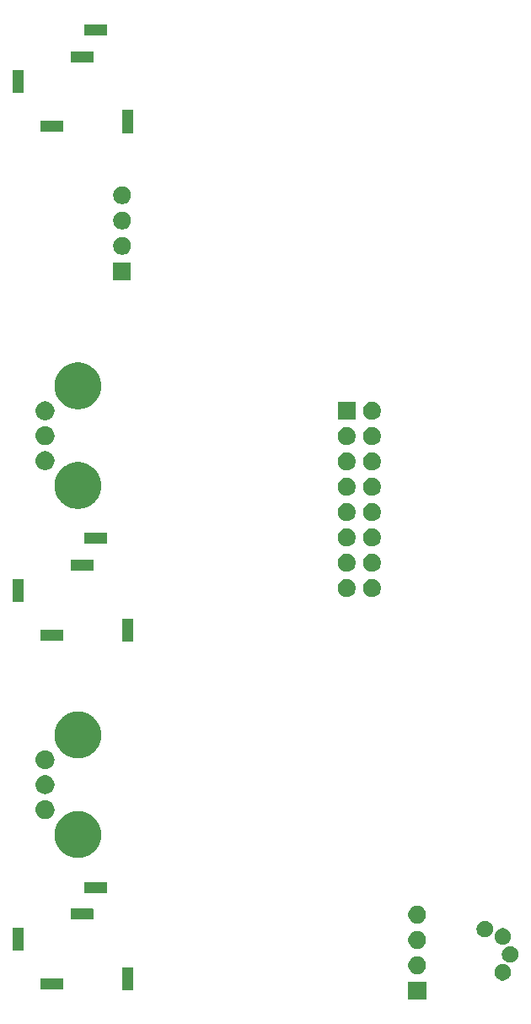
<source format=gbr>
G04 #@! TF.GenerationSoftware,KiCad,Pcbnew,9.0.0*
G04 #@! TF.CreationDate,2025-02-23T15:53:39-07:00*
G04 #@! TF.ProjectId,VCF,5643462e-6b69-4636-9164-5f7063625858,rev?*
G04 #@! TF.SameCoordinates,Original*
G04 #@! TF.FileFunction,Soldermask,Bot*
G04 #@! TF.FilePolarity,Negative*
%FSLAX46Y46*%
G04 Gerber Fmt 4.6, Leading zero omitted, Abs format (unit mm)*
G04 Created by KiCad (PCBNEW 9.0.0) date 2025-02-23 15:53:39*
%MOMM*%
%LPD*%
G01*
G04 APERTURE LIST*
G04 APERTURE END LIST*
G36*
X42949697Y-97266262D02*
G01*
X42966242Y-97277318D01*
X42977298Y-97293863D01*
X42981180Y-97313380D01*
X42981180Y-99013380D01*
X42977298Y-99032897D01*
X42966242Y-99049442D01*
X42949697Y-99060498D01*
X42930180Y-99064380D01*
X41230180Y-99064380D01*
X41210663Y-99060498D01*
X41194118Y-99049442D01*
X41183062Y-99032897D01*
X41179180Y-99013380D01*
X41179180Y-97313380D01*
X41183062Y-97293863D01*
X41194118Y-97277318D01*
X41210663Y-97266262D01*
X41230180Y-97262380D01*
X42930180Y-97262380D01*
X42949697Y-97266262D01*
G37*
G36*
X13519517Y-95852882D02*
G01*
X13536062Y-95863938D01*
X13547118Y-95880483D01*
X13551000Y-95900000D01*
X13551000Y-98100000D01*
X13547118Y-98119517D01*
X13536062Y-98136062D01*
X13519517Y-98147118D01*
X13500000Y-98151000D01*
X12500000Y-98151000D01*
X12480483Y-98147118D01*
X12463938Y-98136062D01*
X12452882Y-98119517D01*
X12449000Y-98100000D01*
X12449000Y-95900000D01*
X12452882Y-95880483D01*
X12463938Y-95863938D01*
X12480483Y-95852882D01*
X12500000Y-95849000D01*
X13500000Y-95849000D01*
X13519517Y-95852882D01*
G37*
G36*
X6519517Y-96952882D02*
G01*
X6536062Y-96963938D01*
X6547118Y-96980483D01*
X6551000Y-97000000D01*
X6551000Y-98000000D01*
X6547118Y-98019517D01*
X6536062Y-98036062D01*
X6519517Y-98047118D01*
X6500000Y-98051000D01*
X4300000Y-98051000D01*
X4280483Y-98047118D01*
X4263938Y-98036062D01*
X4252882Y-98019517D01*
X4249000Y-98000000D01*
X4249000Y-97000000D01*
X4252882Y-96980483D01*
X4263938Y-96963938D01*
X4280483Y-96952882D01*
X4300000Y-96949000D01*
X6500000Y-96949000D01*
X6519517Y-96952882D01*
G37*
G36*
X50917449Y-95514873D02*
G01*
X51069765Y-95577964D01*
X51206845Y-95669558D01*
X51323422Y-95786135D01*
X51415016Y-95923215D01*
X51478107Y-96075531D01*
X51510270Y-96237228D01*
X51510270Y-96402092D01*
X51478107Y-96563789D01*
X51415016Y-96716105D01*
X51323422Y-96853185D01*
X51206845Y-96969762D01*
X51069765Y-97061356D01*
X50917449Y-97124447D01*
X50755752Y-97156610D01*
X50590888Y-97156610D01*
X50429191Y-97124447D01*
X50276875Y-97061356D01*
X50139795Y-96969762D01*
X50023218Y-96853185D01*
X49931624Y-96716105D01*
X49868533Y-96563789D01*
X49836370Y-96402092D01*
X49836370Y-96237228D01*
X49868533Y-96075531D01*
X49931624Y-95923215D01*
X50023218Y-95786135D01*
X50139795Y-95669558D01*
X50276875Y-95577964D01*
X50429191Y-95514873D01*
X50590888Y-95482710D01*
X50755752Y-95482710D01*
X50917449Y-95514873D01*
G37*
G36*
X42341726Y-94761177D02*
G01*
X42504908Y-94828769D01*
X42651768Y-94926898D01*
X42776662Y-95051792D01*
X42874791Y-95198652D01*
X42942383Y-95361834D01*
X42976841Y-95535067D01*
X42976841Y-95711693D01*
X42942383Y-95884926D01*
X42874791Y-96048108D01*
X42776662Y-96194968D01*
X42651768Y-96319862D01*
X42504908Y-96417991D01*
X42341726Y-96485583D01*
X42168493Y-96520041D01*
X41991867Y-96520041D01*
X41818634Y-96485583D01*
X41655452Y-96417991D01*
X41508592Y-96319862D01*
X41383698Y-96194968D01*
X41285569Y-96048108D01*
X41217977Y-95884926D01*
X41183519Y-95711693D01*
X41183519Y-95535067D01*
X41217977Y-95361834D01*
X41285569Y-95198652D01*
X41383698Y-95051792D01*
X41508592Y-94926898D01*
X41655452Y-94828769D01*
X41818634Y-94761177D01*
X41991867Y-94726719D01*
X42168493Y-94726719D01*
X42341726Y-94761177D01*
G37*
G36*
X51661349Y-93718773D02*
G01*
X51813665Y-93781864D01*
X51950745Y-93873458D01*
X52067322Y-93990035D01*
X52158916Y-94127115D01*
X52222007Y-94279431D01*
X52254170Y-94441128D01*
X52254170Y-94605992D01*
X52222007Y-94767689D01*
X52158916Y-94920005D01*
X52067322Y-95057085D01*
X51950745Y-95173662D01*
X51813665Y-95265256D01*
X51661349Y-95328347D01*
X51499652Y-95360510D01*
X51334788Y-95360510D01*
X51173091Y-95328347D01*
X51020775Y-95265256D01*
X50883695Y-95173662D01*
X50767118Y-95057085D01*
X50675524Y-94920005D01*
X50612433Y-94767689D01*
X50580270Y-94605992D01*
X50580270Y-94441128D01*
X50612433Y-94279431D01*
X50675524Y-94127115D01*
X50767118Y-93990035D01*
X50883695Y-93873458D01*
X51020775Y-93781864D01*
X51173091Y-93718773D01*
X51334788Y-93686610D01*
X51499652Y-93686610D01*
X51661349Y-93718773D01*
G37*
G36*
X2519517Y-91852882D02*
G01*
X2536062Y-91863938D01*
X2547118Y-91880483D01*
X2551000Y-91900000D01*
X2551000Y-94100000D01*
X2547118Y-94119517D01*
X2536062Y-94136062D01*
X2519517Y-94147118D01*
X2500000Y-94151000D01*
X1500000Y-94151000D01*
X1480483Y-94147118D01*
X1463938Y-94136062D01*
X1452882Y-94119517D01*
X1449000Y-94100000D01*
X1449000Y-91900000D01*
X1452882Y-91880483D01*
X1463938Y-91863938D01*
X1480483Y-91852882D01*
X1500000Y-91849000D01*
X2500000Y-91849000D01*
X2519517Y-91852882D01*
G37*
G36*
X42341726Y-92221177D02*
G01*
X42504908Y-92288769D01*
X42651768Y-92386898D01*
X42776662Y-92511792D01*
X42874791Y-92658652D01*
X42942383Y-92821834D01*
X42976841Y-92995067D01*
X42976841Y-93171693D01*
X42942383Y-93344926D01*
X42874791Y-93508108D01*
X42776662Y-93654968D01*
X42651768Y-93779862D01*
X42504908Y-93877991D01*
X42341726Y-93945583D01*
X42168493Y-93980041D01*
X41991867Y-93980041D01*
X41818634Y-93945583D01*
X41655452Y-93877991D01*
X41508592Y-93779862D01*
X41383698Y-93654968D01*
X41285569Y-93508108D01*
X41217977Y-93344926D01*
X41183519Y-93171693D01*
X41183519Y-92995067D01*
X41217977Y-92821834D01*
X41285569Y-92658652D01*
X41383698Y-92511792D01*
X41508592Y-92386898D01*
X41655452Y-92288769D01*
X41818634Y-92221177D01*
X41991867Y-92186719D01*
X42168493Y-92186719D01*
X42341726Y-92221177D01*
G37*
G36*
X50917449Y-91922673D02*
G01*
X51069765Y-91985764D01*
X51206845Y-92077358D01*
X51323422Y-92193935D01*
X51415016Y-92331015D01*
X51478107Y-92483331D01*
X51510270Y-92645028D01*
X51510270Y-92809892D01*
X51478107Y-92971589D01*
X51415016Y-93123905D01*
X51323422Y-93260985D01*
X51206845Y-93377562D01*
X51069765Y-93469156D01*
X50917449Y-93532247D01*
X50755752Y-93564410D01*
X50590888Y-93564410D01*
X50429191Y-93532247D01*
X50276875Y-93469156D01*
X50139795Y-93377562D01*
X50023218Y-93260985D01*
X49931624Y-93123905D01*
X49868533Y-92971589D01*
X49836370Y-92809892D01*
X49836370Y-92645028D01*
X49868533Y-92483331D01*
X49931624Y-92331015D01*
X50023218Y-92193935D01*
X50139795Y-92077358D01*
X50276875Y-91985764D01*
X50429191Y-91922673D01*
X50590888Y-91890510D01*
X50755752Y-91890510D01*
X50917449Y-91922673D01*
G37*
G36*
X49121349Y-91178773D02*
G01*
X49273665Y-91241864D01*
X49410745Y-91333458D01*
X49527322Y-91450035D01*
X49618916Y-91587115D01*
X49682007Y-91739431D01*
X49714170Y-91901128D01*
X49714170Y-92065992D01*
X49682007Y-92227689D01*
X49618916Y-92380005D01*
X49527322Y-92517085D01*
X49410745Y-92633662D01*
X49273665Y-92725256D01*
X49121349Y-92788347D01*
X48959652Y-92820510D01*
X48794788Y-92820510D01*
X48633091Y-92788347D01*
X48480775Y-92725256D01*
X48343695Y-92633662D01*
X48227118Y-92517085D01*
X48135524Y-92380005D01*
X48072433Y-92227689D01*
X48040270Y-92065992D01*
X48040270Y-91901128D01*
X48072433Y-91739431D01*
X48135524Y-91587115D01*
X48227118Y-91450035D01*
X48343695Y-91333458D01*
X48480775Y-91241864D01*
X48633091Y-91178773D01*
X48794788Y-91146610D01*
X48959652Y-91146610D01*
X49121349Y-91178773D01*
G37*
G36*
X42341726Y-89681177D02*
G01*
X42504908Y-89748769D01*
X42651768Y-89846898D01*
X42776662Y-89971792D01*
X42874791Y-90118652D01*
X42942383Y-90281834D01*
X42976841Y-90455067D01*
X42976841Y-90631693D01*
X42942383Y-90804926D01*
X42874791Y-90968108D01*
X42776662Y-91114968D01*
X42651768Y-91239862D01*
X42504908Y-91337991D01*
X42341726Y-91405583D01*
X42168493Y-91440041D01*
X41991867Y-91440041D01*
X41818634Y-91405583D01*
X41655452Y-91337991D01*
X41508592Y-91239862D01*
X41383698Y-91114968D01*
X41285569Y-90968108D01*
X41217977Y-90804926D01*
X41183519Y-90631693D01*
X41183519Y-90455067D01*
X41217977Y-90281834D01*
X41285569Y-90118652D01*
X41383698Y-89971792D01*
X41508592Y-89846898D01*
X41655452Y-89748769D01*
X41818634Y-89681177D01*
X41991867Y-89646719D01*
X42168493Y-89646719D01*
X42341726Y-89681177D01*
G37*
G36*
X9519517Y-89952882D02*
G01*
X9536062Y-89963938D01*
X9547118Y-89980483D01*
X9551000Y-90000000D01*
X9551000Y-91000000D01*
X9547118Y-91019517D01*
X9536062Y-91036062D01*
X9519517Y-91047118D01*
X9500000Y-91051000D01*
X7300000Y-91051000D01*
X7280483Y-91047118D01*
X7263938Y-91036062D01*
X7252882Y-91019517D01*
X7249000Y-91000000D01*
X7249000Y-90000000D01*
X7252882Y-89980483D01*
X7263938Y-89963938D01*
X7280483Y-89952882D01*
X7300000Y-89949000D01*
X9500000Y-89949000D01*
X9519517Y-89952882D01*
G37*
G36*
X10919517Y-87252882D02*
G01*
X10936062Y-87263938D01*
X10947118Y-87280483D01*
X10951000Y-87300000D01*
X10951000Y-88300000D01*
X10947118Y-88319517D01*
X10936062Y-88336062D01*
X10919517Y-88347118D01*
X10900000Y-88351000D01*
X8700000Y-88351000D01*
X8680483Y-88347118D01*
X8663938Y-88336062D01*
X8652882Y-88319517D01*
X8649000Y-88300000D01*
X8649000Y-87300000D01*
X8652882Y-87280483D01*
X8663938Y-87263938D01*
X8680483Y-87252882D01*
X8700000Y-87249000D01*
X10900000Y-87249000D01*
X10919517Y-87252882D01*
G37*
G36*
X8141920Y-80154034D02*
G01*
X8153763Y-80154034D01*
X8224053Y-80163287D01*
X8393772Y-80182410D01*
X8427124Y-80190022D01*
X8458657Y-80194174D01*
X8535379Y-80214731D01*
X8650782Y-80241072D01*
X8706678Y-80260630D01*
X8755704Y-80273767D01*
X8818194Y-80299651D01*
X8899617Y-80328142D01*
X8977336Y-80365569D01*
X9039821Y-80391452D01*
X9083773Y-80416827D01*
X9137125Y-80442521D01*
X9237338Y-80505489D01*
X9306146Y-80545215D01*
X9331386Y-80564582D01*
X9360341Y-80582776D01*
X9493832Y-80689232D01*
X9550122Y-80732425D01*
X9558501Y-80740804D01*
X9566446Y-80747140D01*
X9752859Y-80933553D01*
X9759194Y-80941497D01*
X9767575Y-80949878D01*
X9810772Y-81006174D01*
X9917223Y-81139658D01*
X9935415Y-81168610D01*
X9954785Y-81193854D01*
X9994515Y-81262668D01*
X10057478Y-81362874D01*
X10083168Y-81416221D01*
X10108548Y-81460179D01*
X10134433Y-81522671D01*
X10171857Y-81600382D01*
X10200344Y-81681795D01*
X10226233Y-81744296D01*
X10239371Y-81793329D01*
X10258927Y-81849217D01*
X10285263Y-81964600D01*
X10305826Y-82041343D01*
X10309978Y-82072883D01*
X10317589Y-82106227D01*
X10336709Y-82275929D01*
X10345966Y-82346237D01*
X10345966Y-82358080D01*
X10347105Y-82368189D01*
X10347105Y-82631810D01*
X10345966Y-82641918D01*
X10345966Y-82653763D01*
X10336709Y-82724076D01*
X10317589Y-82893772D01*
X10309978Y-82927114D01*
X10305826Y-82958657D01*
X10285261Y-83035405D01*
X10258927Y-83150782D01*
X10239372Y-83206665D01*
X10226233Y-83255704D01*
X10200342Y-83318210D01*
X10171857Y-83399617D01*
X10134436Y-83477321D01*
X10108548Y-83539821D01*
X10083166Y-83583783D01*
X10057478Y-83637125D01*
X9994522Y-83737319D01*
X9954785Y-83806146D01*
X9935411Y-83831393D01*
X9917223Y-83860341D01*
X9810793Y-83993799D01*
X9767575Y-84050122D01*
X9759190Y-84058506D01*
X9752859Y-84066446D01*
X9566446Y-84252859D01*
X9558506Y-84259190D01*
X9550122Y-84267575D01*
X9493799Y-84310793D01*
X9360341Y-84417223D01*
X9331393Y-84435411D01*
X9306146Y-84454785D01*
X9237319Y-84494522D01*
X9137125Y-84557478D01*
X9083783Y-84583166D01*
X9039821Y-84608548D01*
X8977321Y-84634436D01*
X8899617Y-84671857D01*
X8818210Y-84700342D01*
X8755704Y-84726233D01*
X8706665Y-84739372D01*
X8650782Y-84758927D01*
X8535405Y-84785261D01*
X8458657Y-84805826D01*
X8427114Y-84809978D01*
X8393772Y-84817589D01*
X8224072Y-84836709D01*
X8153763Y-84845966D01*
X8141920Y-84845966D01*
X8131811Y-84847105D01*
X7868189Y-84847105D01*
X7858080Y-84845966D01*
X7846237Y-84845966D01*
X7775929Y-84836709D01*
X7606227Y-84817589D01*
X7572883Y-84809978D01*
X7541343Y-84805826D01*
X7464600Y-84785263D01*
X7349217Y-84758927D01*
X7293329Y-84739371D01*
X7244296Y-84726233D01*
X7181795Y-84700344D01*
X7100382Y-84671857D01*
X7022671Y-84634433D01*
X6960179Y-84608548D01*
X6916221Y-84583168D01*
X6862874Y-84557478D01*
X6762668Y-84494515D01*
X6693854Y-84454785D01*
X6668610Y-84435415D01*
X6639658Y-84417223D01*
X6506174Y-84310772D01*
X6449878Y-84267575D01*
X6441497Y-84259194D01*
X6433553Y-84252859D01*
X6247140Y-84066446D01*
X6240804Y-84058501D01*
X6232425Y-84050122D01*
X6189232Y-83993832D01*
X6082776Y-83860341D01*
X6064582Y-83831386D01*
X6045215Y-83806146D01*
X6005489Y-83737338D01*
X5942521Y-83637125D01*
X5916827Y-83583773D01*
X5891452Y-83539821D01*
X5865569Y-83477336D01*
X5828142Y-83399617D01*
X5799651Y-83318194D01*
X5773767Y-83255704D01*
X5760630Y-83206678D01*
X5741072Y-83150782D01*
X5714731Y-83035379D01*
X5694174Y-82958657D01*
X5690022Y-82927124D01*
X5682410Y-82893772D01*
X5663288Y-82724057D01*
X5654034Y-82653763D01*
X5654034Y-82641919D01*
X5652895Y-82631810D01*
X5652895Y-82368189D01*
X5654034Y-82358079D01*
X5654034Y-82346237D01*
X5663287Y-82275948D01*
X5682410Y-82106227D01*
X5690023Y-82072872D01*
X5694174Y-82041343D01*
X5714730Y-81964625D01*
X5741072Y-81849217D01*
X5760631Y-81793317D01*
X5773767Y-81744296D01*
X5799649Y-81681810D01*
X5828142Y-81600382D01*
X5865572Y-81522656D01*
X5891452Y-81460179D01*
X5916825Y-81416231D01*
X5942521Y-81362874D01*
X6005496Y-81262648D01*
X6045215Y-81193854D01*
X6064579Y-81168617D01*
X6082776Y-81139658D01*
X6189252Y-81006141D01*
X6232425Y-80949878D01*
X6240800Y-80941502D01*
X6247140Y-80933553D01*
X6433553Y-80747140D01*
X6441502Y-80740800D01*
X6449878Y-80732425D01*
X6506141Y-80689252D01*
X6639658Y-80582776D01*
X6668617Y-80564579D01*
X6693854Y-80545215D01*
X6762648Y-80505496D01*
X6862874Y-80442521D01*
X6916231Y-80416825D01*
X6960179Y-80391452D01*
X7022656Y-80365572D01*
X7100382Y-80328142D01*
X7181810Y-80299649D01*
X7244296Y-80273767D01*
X7293317Y-80260631D01*
X7349217Y-80241072D01*
X7464625Y-80214730D01*
X7541343Y-80194174D01*
X7572872Y-80190023D01*
X7606227Y-80182410D01*
X7775948Y-80163287D01*
X7846237Y-80154034D01*
X7858080Y-80154034D01*
X7868189Y-80152895D01*
X8131811Y-80152895D01*
X8141920Y-80154034D01*
G37*
G36*
X4782553Y-79053579D02*
G01*
X4793214Y-79053579D01*
X4834865Y-79061864D01*
X4921916Y-79075651D01*
X4949918Y-79084749D01*
X4976061Y-79089950D01*
X5012956Y-79105232D01*
X5063784Y-79121748D01*
X5111399Y-79146009D01*
X5148298Y-79161293D01*
X5170463Y-79176103D01*
X5196693Y-79189468D01*
X5267990Y-79241268D01*
X5303308Y-79264867D01*
X5310846Y-79272405D01*
X5317370Y-79277145D01*
X5422854Y-79382629D01*
X5427593Y-79389152D01*
X5435133Y-79396692D01*
X5458734Y-79432014D01*
X5510531Y-79503306D01*
X5523894Y-79529533D01*
X5538707Y-79551702D01*
X5553993Y-79588605D01*
X5578251Y-79636215D01*
X5594764Y-79687035D01*
X5610050Y-79723939D01*
X5615251Y-79750086D01*
X5624348Y-79778083D01*
X5638134Y-79865125D01*
X5646421Y-79906786D01*
X5646421Y-79917447D01*
X5647683Y-79925415D01*
X5647683Y-80074584D01*
X5646421Y-80082551D01*
X5646421Y-80093214D01*
X5638133Y-80134877D01*
X5624348Y-80221916D01*
X5615251Y-80249910D01*
X5610050Y-80276061D01*
X5594762Y-80312968D01*
X5578251Y-80363784D01*
X5553995Y-80411388D01*
X5538707Y-80448298D01*
X5523892Y-80470470D01*
X5510531Y-80496693D01*
X5458742Y-80567973D01*
X5435133Y-80603308D01*
X5427591Y-80610849D01*
X5422854Y-80617370D01*
X5317370Y-80722854D01*
X5310849Y-80727591D01*
X5303308Y-80735133D01*
X5267973Y-80758742D01*
X5196693Y-80810531D01*
X5170470Y-80823892D01*
X5148298Y-80838707D01*
X5111388Y-80853995D01*
X5063784Y-80878251D01*
X5012968Y-80894762D01*
X4976061Y-80910050D01*
X4949910Y-80915251D01*
X4921916Y-80924348D01*
X4834875Y-80938133D01*
X4793214Y-80946421D01*
X4782553Y-80946421D01*
X4774585Y-80947683D01*
X4625415Y-80947683D01*
X4617447Y-80946421D01*
X4606786Y-80946421D01*
X4565125Y-80938134D01*
X4478083Y-80924348D01*
X4450086Y-80915251D01*
X4423939Y-80910050D01*
X4387035Y-80894764D01*
X4336215Y-80878251D01*
X4288605Y-80853993D01*
X4251702Y-80838707D01*
X4229533Y-80823894D01*
X4203306Y-80810531D01*
X4132014Y-80758734D01*
X4096692Y-80735133D01*
X4089152Y-80727593D01*
X4082629Y-80722854D01*
X3977145Y-80617370D01*
X3972405Y-80610846D01*
X3964867Y-80603308D01*
X3941268Y-80567990D01*
X3889468Y-80496693D01*
X3876103Y-80470463D01*
X3861293Y-80448298D01*
X3846009Y-80411399D01*
X3821748Y-80363784D01*
X3805232Y-80312956D01*
X3789950Y-80276061D01*
X3784749Y-80249918D01*
X3775651Y-80221916D01*
X3761864Y-80134867D01*
X3753579Y-80093214D01*
X3753579Y-80082552D01*
X3752317Y-80074584D01*
X3752317Y-79925415D01*
X3753579Y-79917446D01*
X3753579Y-79906786D01*
X3761863Y-79865136D01*
X3775651Y-79778083D01*
X3784750Y-79750078D01*
X3789950Y-79723939D01*
X3805231Y-79687046D01*
X3821748Y-79636215D01*
X3846011Y-79588595D01*
X3861293Y-79551702D01*
X3876101Y-79529539D01*
X3889468Y-79503306D01*
X3941277Y-79431996D01*
X3964867Y-79396692D01*
X3972402Y-79389156D01*
X3977145Y-79382629D01*
X4082629Y-79277145D01*
X4089156Y-79272402D01*
X4096692Y-79264867D01*
X4131996Y-79241277D01*
X4203306Y-79189468D01*
X4229539Y-79176101D01*
X4251702Y-79161293D01*
X4288595Y-79146011D01*
X4336215Y-79121748D01*
X4387046Y-79105231D01*
X4423939Y-79089950D01*
X4450078Y-79084750D01*
X4478083Y-79075651D01*
X4565136Y-79061863D01*
X4606786Y-79053579D01*
X4617447Y-79053579D01*
X4625415Y-79052317D01*
X4774585Y-79052317D01*
X4782553Y-79053579D01*
G37*
G36*
X4782553Y-76553579D02*
G01*
X4793214Y-76553579D01*
X4834865Y-76561864D01*
X4921916Y-76575651D01*
X4949918Y-76584749D01*
X4976061Y-76589950D01*
X5012956Y-76605232D01*
X5063784Y-76621748D01*
X5111399Y-76646009D01*
X5148298Y-76661293D01*
X5170463Y-76676103D01*
X5196693Y-76689468D01*
X5267990Y-76741268D01*
X5303308Y-76764867D01*
X5310846Y-76772405D01*
X5317370Y-76777145D01*
X5422854Y-76882629D01*
X5427593Y-76889152D01*
X5435133Y-76896692D01*
X5458734Y-76932014D01*
X5510531Y-77003306D01*
X5523894Y-77029533D01*
X5538707Y-77051702D01*
X5553993Y-77088605D01*
X5578251Y-77136215D01*
X5594764Y-77187035D01*
X5610050Y-77223939D01*
X5615251Y-77250086D01*
X5624348Y-77278083D01*
X5638134Y-77365125D01*
X5646421Y-77406786D01*
X5646421Y-77417447D01*
X5647683Y-77425415D01*
X5647683Y-77574584D01*
X5646421Y-77582551D01*
X5646421Y-77593214D01*
X5638133Y-77634877D01*
X5624348Y-77721916D01*
X5615251Y-77749910D01*
X5610050Y-77776061D01*
X5594762Y-77812968D01*
X5578251Y-77863784D01*
X5553995Y-77911388D01*
X5538707Y-77948298D01*
X5523892Y-77970470D01*
X5510531Y-77996693D01*
X5458742Y-78067973D01*
X5435133Y-78103308D01*
X5427591Y-78110849D01*
X5422854Y-78117370D01*
X5317370Y-78222854D01*
X5310849Y-78227591D01*
X5303308Y-78235133D01*
X5267973Y-78258742D01*
X5196693Y-78310531D01*
X5170470Y-78323892D01*
X5148298Y-78338707D01*
X5111388Y-78353995D01*
X5063784Y-78378251D01*
X5012968Y-78394762D01*
X4976061Y-78410050D01*
X4949910Y-78415251D01*
X4921916Y-78424348D01*
X4834875Y-78438133D01*
X4793214Y-78446421D01*
X4782553Y-78446421D01*
X4774585Y-78447683D01*
X4625415Y-78447683D01*
X4617447Y-78446421D01*
X4606786Y-78446421D01*
X4565125Y-78438134D01*
X4478083Y-78424348D01*
X4450086Y-78415251D01*
X4423939Y-78410050D01*
X4387035Y-78394764D01*
X4336215Y-78378251D01*
X4288605Y-78353993D01*
X4251702Y-78338707D01*
X4229533Y-78323894D01*
X4203306Y-78310531D01*
X4132014Y-78258734D01*
X4096692Y-78235133D01*
X4089152Y-78227593D01*
X4082629Y-78222854D01*
X3977145Y-78117370D01*
X3972405Y-78110846D01*
X3964867Y-78103308D01*
X3941268Y-78067990D01*
X3889468Y-77996693D01*
X3876103Y-77970463D01*
X3861293Y-77948298D01*
X3846009Y-77911399D01*
X3821748Y-77863784D01*
X3805232Y-77812956D01*
X3789950Y-77776061D01*
X3784749Y-77749918D01*
X3775651Y-77721916D01*
X3761864Y-77634867D01*
X3753579Y-77593214D01*
X3753579Y-77582552D01*
X3752317Y-77574584D01*
X3752317Y-77425415D01*
X3753579Y-77417446D01*
X3753579Y-77406786D01*
X3761863Y-77365136D01*
X3775651Y-77278083D01*
X3784750Y-77250078D01*
X3789950Y-77223939D01*
X3805231Y-77187046D01*
X3821748Y-77136215D01*
X3846011Y-77088595D01*
X3861293Y-77051702D01*
X3876101Y-77029539D01*
X3889468Y-77003306D01*
X3941277Y-76931996D01*
X3964867Y-76896692D01*
X3972402Y-76889156D01*
X3977145Y-76882629D01*
X4082629Y-76777145D01*
X4089156Y-76772402D01*
X4096692Y-76764867D01*
X4131996Y-76741277D01*
X4203306Y-76689468D01*
X4229539Y-76676101D01*
X4251702Y-76661293D01*
X4288595Y-76646011D01*
X4336215Y-76621748D01*
X4387046Y-76605231D01*
X4423939Y-76589950D01*
X4450078Y-76584750D01*
X4478083Y-76575651D01*
X4565136Y-76561863D01*
X4606786Y-76553579D01*
X4617447Y-76553579D01*
X4625415Y-76552317D01*
X4774585Y-76552317D01*
X4782553Y-76553579D01*
G37*
G36*
X4782553Y-74053579D02*
G01*
X4793214Y-74053579D01*
X4834865Y-74061864D01*
X4921916Y-74075651D01*
X4949918Y-74084749D01*
X4976061Y-74089950D01*
X5012956Y-74105232D01*
X5063784Y-74121748D01*
X5111399Y-74146009D01*
X5148298Y-74161293D01*
X5170463Y-74176103D01*
X5196693Y-74189468D01*
X5267990Y-74241268D01*
X5303308Y-74264867D01*
X5310846Y-74272405D01*
X5317370Y-74277145D01*
X5422854Y-74382629D01*
X5427593Y-74389152D01*
X5435133Y-74396692D01*
X5458734Y-74432014D01*
X5510531Y-74503306D01*
X5523894Y-74529533D01*
X5538707Y-74551702D01*
X5553993Y-74588605D01*
X5578251Y-74636215D01*
X5594764Y-74687035D01*
X5610050Y-74723939D01*
X5615251Y-74750086D01*
X5624348Y-74778083D01*
X5638134Y-74865125D01*
X5646421Y-74906786D01*
X5646421Y-74917447D01*
X5647683Y-74925415D01*
X5647683Y-75074584D01*
X5646421Y-75082551D01*
X5646421Y-75093214D01*
X5638133Y-75134877D01*
X5624348Y-75221916D01*
X5615251Y-75249910D01*
X5610050Y-75276061D01*
X5594762Y-75312968D01*
X5578251Y-75363784D01*
X5553995Y-75411388D01*
X5538707Y-75448298D01*
X5523892Y-75470470D01*
X5510531Y-75496693D01*
X5458742Y-75567973D01*
X5435133Y-75603308D01*
X5427591Y-75610849D01*
X5422854Y-75617370D01*
X5317370Y-75722854D01*
X5310849Y-75727591D01*
X5303308Y-75735133D01*
X5267973Y-75758742D01*
X5196693Y-75810531D01*
X5170470Y-75823892D01*
X5148298Y-75838707D01*
X5111388Y-75853995D01*
X5063784Y-75878251D01*
X5012968Y-75894762D01*
X4976061Y-75910050D01*
X4949910Y-75915251D01*
X4921916Y-75924348D01*
X4834875Y-75938133D01*
X4793214Y-75946421D01*
X4782553Y-75946421D01*
X4774585Y-75947683D01*
X4625415Y-75947683D01*
X4617447Y-75946421D01*
X4606786Y-75946421D01*
X4565125Y-75938134D01*
X4478083Y-75924348D01*
X4450086Y-75915251D01*
X4423939Y-75910050D01*
X4387035Y-75894764D01*
X4336215Y-75878251D01*
X4288605Y-75853993D01*
X4251702Y-75838707D01*
X4229533Y-75823894D01*
X4203306Y-75810531D01*
X4132014Y-75758734D01*
X4096692Y-75735133D01*
X4089152Y-75727593D01*
X4082629Y-75722854D01*
X3977145Y-75617370D01*
X3972405Y-75610846D01*
X3964867Y-75603308D01*
X3941268Y-75567990D01*
X3889468Y-75496693D01*
X3876103Y-75470463D01*
X3861293Y-75448298D01*
X3846009Y-75411399D01*
X3821748Y-75363784D01*
X3805232Y-75312956D01*
X3789950Y-75276061D01*
X3784749Y-75249918D01*
X3775651Y-75221916D01*
X3761864Y-75134867D01*
X3753579Y-75093214D01*
X3753579Y-75082552D01*
X3752317Y-75074584D01*
X3752317Y-74925415D01*
X3753579Y-74917446D01*
X3753579Y-74906786D01*
X3761863Y-74865136D01*
X3775651Y-74778083D01*
X3784750Y-74750078D01*
X3789950Y-74723939D01*
X3805231Y-74687046D01*
X3821748Y-74636215D01*
X3846011Y-74588595D01*
X3861293Y-74551702D01*
X3876101Y-74529539D01*
X3889468Y-74503306D01*
X3941277Y-74431996D01*
X3964867Y-74396692D01*
X3972402Y-74389156D01*
X3977145Y-74382629D01*
X4082629Y-74277145D01*
X4089156Y-74272402D01*
X4096692Y-74264867D01*
X4131996Y-74241277D01*
X4203306Y-74189468D01*
X4229539Y-74176101D01*
X4251702Y-74161293D01*
X4288595Y-74146011D01*
X4336215Y-74121748D01*
X4387046Y-74105231D01*
X4423939Y-74089950D01*
X4450078Y-74084750D01*
X4478083Y-74075651D01*
X4565136Y-74061863D01*
X4606786Y-74053579D01*
X4617447Y-74053579D01*
X4625415Y-74052317D01*
X4774585Y-74052317D01*
X4782553Y-74053579D01*
G37*
G36*
X8141920Y-70154034D02*
G01*
X8153763Y-70154034D01*
X8224053Y-70163287D01*
X8393772Y-70182410D01*
X8427124Y-70190022D01*
X8458657Y-70194174D01*
X8535379Y-70214731D01*
X8650782Y-70241072D01*
X8706678Y-70260630D01*
X8755704Y-70273767D01*
X8818194Y-70299651D01*
X8899617Y-70328142D01*
X8977336Y-70365569D01*
X9039821Y-70391452D01*
X9083773Y-70416827D01*
X9137125Y-70442521D01*
X9237338Y-70505489D01*
X9306146Y-70545215D01*
X9331386Y-70564582D01*
X9360341Y-70582776D01*
X9493832Y-70689232D01*
X9550122Y-70732425D01*
X9558501Y-70740804D01*
X9566446Y-70747140D01*
X9752859Y-70933553D01*
X9759194Y-70941497D01*
X9767575Y-70949878D01*
X9810772Y-71006174D01*
X9917223Y-71139658D01*
X9935415Y-71168610D01*
X9954785Y-71193854D01*
X9994515Y-71262668D01*
X10057478Y-71362874D01*
X10083168Y-71416221D01*
X10108548Y-71460179D01*
X10134433Y-71522671D01*
X10171857Y-71600382D01*
X10200344Y-71681795D01*
X10226233Y-71744296D01*
X10239371Y-71793329D01*
X10258927Y-71849217D01*
X10285263Y-71964600D01*
X10305826Y-72041343D01*
X10309978Y-72072883D01*
X10317589Y-72106227D01*
X10336709Y-72275929D01*
X10345966Y-72346237D01*
X10345966Y-72358080D01*
X10347105Y-72368189D01*
X10347105Y-72631810D01*
X10345966Y-72641918D01*
X10345966Y-72653763D01*
X10336709Y-72724076D01*
X10317589Y-72893772D01*
X10309978Y-72927114D01*
X10305826Y-72958657D01*
X10285261Y-73035405D01*
X10258927Y-73150782D01*
X10239372Y-73206665D01*
X10226233Y-73255704D01*
X10200342Y-73318210D01*
X10171857Y-73399617D01*
X10134436Y-73477321D01*
X10108548Y-73539821D01*
X10083166Y-73583783D01*
X10057478Y-73637125D01*
X9994522Y-73737319D01*
X9954785Y-73806146D01*
X9935411Y-73831393D01*
X9917223Y-73860341D01*
X9810793Y-73993799D01*
X9767575Y-74050122D01*
X9759190Y-74058506D01*
X9752859Y-74066446D01*
X9566446Y-74252859D01*
X9558506Y-74259190D01*
X9550122Y-74267575D01*
X9493799Y-74310793D01*
X9360341Y-74417223D01*
X9331393Y-74435411D01*
X9306146Y-74454785D01*
X9237319Y-74494522D01*
X9137125Y-74557478D01*
X9083783Y-74583166D01*
X9039821Y-74608548D01*
X8977321Y-74634436D01*
X8899617Y-74671857D01*
X8818210Y-74700342D01*
X8755704Y-74726233D01*
X8706665Y-74739372D01*
X8650782Y-74758927D01*
X8535405Y-74785261D01*
X8458657Y-74805826D01*
X8427114Y-74809978D01*
X8393772Y-74817589D01*
X8224072Y-74836709D01*
X8153763Y-74845966D01*
X8141920Y-74845966D01*
X8131811Y-74847105D01*
X7868189Y-74847105D01*
X7858080Y-74845966D01*
X7846237Y-74845966D01*
X7775929Y-74836709D01*
X7606227Y-74817589D01*
X7572883Y-74809978D01*
X7541343Y-74805826D01*
X7464600Y-74785263D01*
X7349217Y-74758927D01*
X7293329Y-74739371D01*
X7244296Y-74726233D01*
X7181795Y-74700344D01*
X7100382Y-74671857D01*
X7022671Y-74634433D01*
X6960179Y-74608548D01*
X6916221Y-74583168D01*
X6862874Y-74557478D01*
X6762668Y-74494515D01*
X6693854Y-74454785D01*
X6668610Y-74435415D01*
X6639658Y-74417223D01*
X6506174Y-74310772D01*
X6449878Y-74267575D01*
X6441497Y-74259194D01*
X6433553Y-74252859D01*
X6247140Y-74066446D01*
X6240804Y-74058501D01*
X6232425Y-74050122D01*
X6189232Y-73993832D01*
X6082776Y-73860341D01*
X6064582Y-73831386D01*
X6045215Y-73806146D01*
X6005489Y-73737338D01*
X5942521Y-73637125D01*
X5916827Y-73583773D01*
X5891452Y-73539821D01*
X5865569Y-73477336D01*
X5828142Y-73399617D01*
X5799651Y-73318194D01*
X5773767Y-73255704D01*
X5760630Y-73206678D01*
X5741072Y-73150782D01*
X5714731Y-73035379D01*
X5694174Y-72958657D01*
X5690022Y-72927124D01*
X5682410Y-72893772D01*
X5663288Y-72724057D01*
X5654034Y-72653763D01*
X5654034Y-72641919D01*
X5652895Y-72631810D01*
X5652895Y-72368189D01*
X5654034Y-72358079D01*
X5654034Y-72346237D01*
X5663287Y-72275948D01*
X5682410Y-72106227D01*
X5690023Y-72072872D01*
X5694174Y-72041343D01*
X5714730Y-71964625D01*
X5741072Y-71849217D01*
X5760631Y-71793317D01*
X5773767Y-71744296D01*
X5799649Y-71681810D01*
X5828142Y-71600382D01*
X5865572Y-71522656D01*
X5891452Y-71460179D01*
X5916825Y-71416231D01*
X5942521Y-71362874D01*
X6005496Y-71262648D01*
X6045215Y-71193854D01*
X6064579Y-71168617D01*
X6082776Y-71139658D01*
X6189252Y-71006141D01*
X6232425Y-70949878D01*
X6240800Y-70941502D01*
X6247140Y-70933553D01*
X6433553Y-70747140D01*
X6441502Y-70740800D01*
X6449878Y-70732425D01*
X6506141Y-70689252D01*
X6639658Y-70582776D01*
X6668617Y-70564579D01*
X6693854Y-70545215D01*
X6762648Y-70505496D01*
X6862874Y-70442521D01*
X6916231Y-70416825D01*
X6960179Y-70391452D01*
X7022656Y-70365572D01*
X7100382Y-70328142D01*
X7181810Y-70299649D01*
X7244296Y-70273767D01*
X7293317Y-70260631D01*
X7349217Y-70241072D01*
X7464625Y-70214730D01*
X7541343Y-70194174D01*
X7572872Y-70190023D01*
X7606227Y-70182410D01*
X7775948Y-70163287D01*
X7846237Y-70154034D01*
X7858080Y-70154034D01*
X7868189Y-70152895D01*
X8131811Y-70152895D01*
X8141920Y-70154034D01*
G37*
G36*
X13519517Y-60852882D02*
G01*
X13536062Y-60863938D01*
X13547118Y-60880483D01*
X13551000Y-60900000D01*
X13551000Y-63100000D01*
X13547118Y-63119517D01*
X13536062Y-63136062D01*
X13519517Y-63147118D01*
X13500000Y-63151000D01*
X12500000Y-63151000D01*
X12480483Y-63147118D01*
X12463938Y-63136062D01*
X12452882Y-63119517D01*
X12449000Y-63100000D01*
X12449000Y-60900000D01*
X12452882Y-60880483D01*
X12463938Y-60863938D01*
X12480483Y-60852882D01*
X12500000Y-60849000D01*
X13500000Y-60849000D01*
X13519517Y-60852882D01*
G37*
G36*
X6519517Y-61952882D02*
G01*
X6536062Y-61963938D01*
X6547118Y-61980483D01*
X6551000Y-62000000D01*
X6551000Y-63000000D01*
X6547118Y-63019517D01*
X6536062Y-63036062D01*
X6519517Y-63047118D01*
X6500000Y-63051000D01*
X4300000Y-63051000D01*
X4280483Y-63047118D01*
X4263938Y-63036062D01*
X4252882Y-63019517D01*
X4249000Y-63000000D01*
X4249000Y-62000000D01*
X4252882Y-61980483D01*
X4263938Y-61963938D01*
X4280483Y-61952882D01*
X4300000Y-61949000D01*
X6500000Y-61949000D01*
X6519517Y-61952882D01*
G37*
G36*
X2519517Y-56852882D02*
G01*
X2536062Y-56863938D01*
X2547118Y-56880483D01*
X2551000Y-56900000D01*
X2551000Y-59100000D01*
X2547118Y-59119517D01*
X2536062Y-59136062D01*
X2519517Y-59147118D01*
X2500000Y-59151000D01*
X1500000Y-59151000D01*
X1480483Y-59147118D01*
X1463938Y-59136062D01*
X1452882Y-59119517D01*
X1449000Y-59100000D01*
X1449000Y-56900000D01*
X1452882Y-56880483D01*
X1463938Y-56863938D01*
X1480483Y-56852882D01*
X1500000Y-56849000D01*
X2500000Y-56849000D01*
X2519517Y-56852882D01*
G37*
G36*
X35261546Y-56917797D02*
G01*
X35424728Y-56985389D01*
X35571588Y-57083518D01*
X35696482Y-57208412D01*
X35794611Y-57355272D01*
X35862203Y-57518454D01*
X35896661Y-57691687D01*
X35896661Y-57868313D01*
X35862203Y-58041546D01*
X35794611Y-58204728D01*
X35696482Y-58351588D01*
X35571588Y-58476482D01*
X35424728Y-58574611D01*
X35261546Y-58642203D01*
X35088313Y-58676661D01*
X34911687Y-58676661D01*
X34738454Y-58642203D01*
X34575272Y-58574611D01*
X34428412Y-58476482D01*
X34303518Y-58351588D01*
X34205389Y-58204728D01*
X34137797Y-58041546D01*
X34103339Y-57868313D01*
X34103339Y-57691687D01*
X34137797Y-57518454D01*
X34205389Y-57355272D01*
X34303518Y-57208412D01*
X34428412Y-57083518D01*
X34575272Y-56985389D01*
X34738454Y-56917797D01*
X34911687Y-56883339D01*
X35088313Y-56883339D01*
X35261546Y-56917797D01*
G37*
G36*
X37801546Y-56917797D02*
G01*
X37964728Y-56985389D01*
X38111588Y-57083518D01*
X38236482Y-57208412D01*
X38334611Y-57355272D01*
X38402203Y-57518454D01*
X38436661Y-57691687D01*
X38436661Y-57868313D01*
X38402203Y-58041546D01*
X38334611Y-58204728D01*
X38236482Y-58351588D01*
X38111588Y-58476482D01*
X37964728Y-58574611D01*
X37801546Y-58642203D01*
X37628313Y-58676661D01*
X37451687Y-58676661D01*
X37278454Y-58642203D01*
X37115272Y-58574611D01*
X36968412Y-58476482D01*
X36843518Y-58351588D01*
X36745389Y-58204728D01*
X36677797Y-58041546D01*
X36643339Y-57868313D01*
X36643339Y-57691687D01*
X36677797Y-57518454D01*
X36745389Y-57355272D01*
X36843518Y-57208412D01*
X36968412Y-57083518D01*
X37115272Y-56985389D01*
X37278454Y-56917797D01*
X37451687Y-56883339D01*
X37628313Y-56883339D01*
X37801546Y-56917797D01*
G37*
G36*
X35261546Y-54377797D02*
G01*
X35424728Y-54445389D01*
X35571588Y-54543518D01*
X35696482Y-54668412D01*
X35794611Y-54815272D01*
X35862203Y-54978454D01*
X35896661Y-55151687D01*
X35896661Y-55328313D01*
X35862203Y-55501546D01*
X35794611Y-55664728D01*
X35696482Y-55811588D01*
X35571588Y-55936482D01*
X35424728Y-56034611D01*
X35261546Y-56102203D01*
X35088313Y-56136661D01*
X34911687Y-56136661D01*
X34738454Y-56102203D01*
X34575272Y-56034611D01*
X34428412Y-55936482D01*
X34303518Y-55811588D01*
X34205389Y-55664728D01*
X34137797Y-55501546D01*
X34103339Y-55328313D01*
X34103339Y-55151687D01*
X34137797Y-54978454D01*
X34205389Y-54815272D01*
X34303518Y-54668412D01*
X34428412Y-54543518D01*
X34575272Y-54445389D01*
X34738454Y-54377797D01*
X34911687Y-54343339D01*
X35088313Y-54343339D01*
X35261546Y-54377797D01*
G37*
G36*
X37801546Y-54377797D02*
G01*
X37964728Y-54445389D01*
X38111588Y-54543518D01*
X38236482Y-54668412D01*
X38334611Y-54815272D01*
X38402203Y-54978454D01*
X38436661Y-55151687D01*
X38436661Y-55328313D01*
X38402203Y-55501546D01*
X38334611Y-55664728D01*
X38236482Y-55811588D01*
X38111588Y-55936482D01*
X37964728Y-56034611D01*
X37801546Y-56102203D01*
X37628313Y-56136661D01*
X37451687Y-56136661D01*
X37278454Y-56102203D01*
X37115272Y-56034611D01*
X36968412Y-55936482D01*
X36843518Y-55811588D01*
X36745389Y-55664728D01*
X36677797Y-55501546D01*
X36643339Y-55328313D01*
X36643339Y-55151687D01*
X36677797Y-54978454D01*
X36745389Y-54815272D01*
X36843518Y-54668412D01*
X36968412Y-54543518D01*
X37115272Y-54445389D01*
X37278454Y-54377797D01*
X37451687Y-54343339D01*
X37628313Y-54343339D01*
X37801546Y-54377797D01*
G37*
G36*
X9519517Y-54952882D02*
G01*
X9536062Y-54963938D01*
X9547118Y-54980483D01*
X9551000Y-55000000D01*
X9551000Y-56000000D01*
X9547118Y-56019517D01*
X9536062Y-56036062D01*
X9519517Y-56047118D01*
X9500000Y-56051000D01*
X7300000Y-56051000D01*
X7280483Y-56047118D01*
X7263938Y-56036062D01*
X7252882Y-56019517D01*
X7249000Y-56000000D01*
X7249000Y-55000000D01*
X7252882Y-54980483D01*
X7263938Y-54963938D01*
X7280483Y-54952882D01*
X7300000Y-54949000D01*
X9500000Y-54949000D01*
X9519517Y-54952882D01*
G37*
G36*
X35261546Y-51837797D02*
G01*
X35424728Y-51905389D01*
X35571588Y-52003518D01*
X35696482Y-52128412D01*
X35794611Y-52275272D01*
X35862203Y-52438454D01*
X35896661Y-52611687D01*
X35896661Y-52788313D01*
X35862203Y-52961546D01*
X35794611Y-53124728D01*
X35696482Y-53271588D01*
X35571588Y-53396482D01*
X35424728Y-53494611D01*
X35261546Y-53562203D01*
X35088313Y-53596661D01*
X34911687Y-53596661D01*
X34738454Y-53562203D01*
X34575272Y-53494611D01*
X34428412Y-53396482D01*
X34303518Y-53271588D01*
X34205389Y-53124728D01*
X34137797Y-52961546D01*
X34103339Y-52788313D01*
X34103339Y-52611687D01*
X34137797Y-52438454D01*
X34205389Y-52275272D01*
X34303518Y-52128412D01*
X34428412Y-52003518D01*
X34575272Y-51905389D01*
X34738454Y-51837797D01*
X34911687Y-51803339D01*
X35088313Y-51803339D01*
X35261546Y-51837797D01*
G37*
G36*
X37801546Y-51837797D02*
G01*
X37964728Y-51905389D01*
X38111588Y-52003518D01*
X38236482Y-52128412D01*
X38334611Y-52275272D01*
X38402203Y-52438454D01*
X38436661Y-52611687D01*
X38436661Y-52788313D01*
X38402203Y-52961546D01*
X38334611Y-53124728D01*
X38236482Y-53271588D01*
X38111588Y-53396482D01*
X37964728Y-53494611D01*
X37801546Y-53562203D01*
X37628313Y-53596661D01*
X37451687Y-53596661D01*
X37278454Y-53562203D01*
X37115272Y-53494611D01*
X36968412Y-53396482D01*
X36843518Y-53271588D01*
X36745389Y-53124728D01*
X36677797Y-52961546D01*
X36643339Y-52788313D01*
X36643339Y-52611687D01*
X36677797Y-52438454D01*
X36745389Y-52275272D01*
X36843518Y-52128412D01*
X36968412Y-52003518D01*
X37115272Y-51905389D01*
X37278454Y-51837797D01*
X37451687Y-51803339D01*
X37628313Y-51803339D01*
X37801546Y-51837797D01*
G37*
G36*
X10919517Y-52252882D02*
G01*
X10936062Y-52263938D01*
X10947118Y-52280483D01*
X10951000Y-52300000D01*
X10951000Y-53300000D01*
X10947118Y-53319517D01*
X10936062Y-53336062D01*
X10919517Y-53347118D01*
X10900000Y-53351000D01*
X8700000Y-53351000D01*
X8680483Y-53347118D01*
X8663938Y-53336062D01*
X8652882Y-53319517D01*
X8649000Y-53300000D01*
X8649000Y-52300000D01*
X8652882Y-52280483D01*
X8663938Y-52263938D01*
X8680483Y-52252882D01*
X8700000Y-52249000D01*
X10900000Y-52249000D01*
X10919517Y-52252882D01*
G37*
G36*
X35261546Y-49297797D02*
G01*
X35424728Y-49365389D01*
X35571588Y-49463518D01*
X35696482Y-49588412D01*
X35794611Y-49735272D01*
X35862203Y-49898454D01*
X35896661Y-50071687D01*
X35896661Y-50248313D01*
X35862203Y-50421546D01*
X35794611Y-50584728D01*
X35696482Y-50731588D01*
X35571588Y-50856482D01*
X35424728Y-50954611D01*
X35261546Y-51022203D01*
X35088313Y-51056661D01*
X34911687Y-51056661D01*
X34738454Y-51022203D01*
X34575272Y-50954611D01*
X34428412Y-50856482D01*
X34303518Y-50731588D01*
X34205389Y-50584728D01*
X34137797Y-50421546D01*
X34103339Y-50248313D01*
X34103339Y-50071687D01*
X34137797Y-49898454D01*
X34205389Y-49735272D01*
X34303518Y-49588412D01*
X34428412Y-49463518D01*
X34575272Y-49365389D01*
X34738454Y-49297797D01*
X34911687Y-49263339D01*
X35088313Y-49263339D01*
X35261546Y-49297797D01*
G37*
G36*
X37801546Y-49297797D02*
G01*
X37964728Y-49365389D01*
X38111588Y-49463518D01*
X38236482Y-49588412D01*
X38334611Y-49735272D01*
X38402203Y-49898454D01*
X38436661Y-50071687D01*
X38436661Y-50248313D01*
X38402203Y-50421546D01*
X38334611Y-50584728D01*
X38236482Y-50731588D01*
X38111588Y-50856482D01*
X37964728Y-50954611D01*
X37801546Y-51022203D01*
X37628313Y-51056661D01*
X37451687Y-51056661D01*
X37278454Y-51022203D01*
X37115272Y-50954611D01*
X36968412Y-50856482D01*
X36843518Y-50731588D01*
X36745389Y-50584728D01*
X36677797Y-50421546D01*
X36643339Y-50248313D01*
X36643339Y-50071687D01*
X36677797Y-49898454D01*
X36745389Y-49735272D01*
X36843518Y-49588412D01*
X36968412Y-49463518D01*
X37115272Y-49365389D01*
X37278454Y-49297797D01*
X37451687Y-49263339D01*
X37628313Y-49263339D01*
X37801546Y-49297797D01*
G37*
G36*
X8141920Y-45154034D02*
G01*
X8153763Y-45154034D01*
X8224053Y-45163287D01*
X8393772Y-45182410D01*
X8427124Y-45190022D01*
X8458657Y-45194174D01*
X8535379Y-45214731D01*
X8650782Y-45241072D01*
X8706678Y-45260630D01*
X8755704Y-45273767D01*
X8818194Y-45299651D01*
X8899617Y-45328142D01*
X8977336Y-45365569D01*
X9039821Y-45391452D01*
X9083773Y-45416827D01*
X9137125Y-45442521D01*
X9237338Y-45505489D01*
X9306146Y-45545215D01*
X9331386Y-45564582D01*
X9360341Y-45582776D01*
X9493832Y-45689232D01*
X9550122Y-45732425D01*
X9558501Y-45740804D01*
X9566446Y-45747140D01*
X9752859Y-45933553D01*
X9759194Y-45941497D01*
X9767575Y-45949878D01*
X9810772Y-46006174D01*
X9917223Y-46139658D01*
X9935415Y-46168610D01*
X9954785Y-46193854D01*
X9994515Y-46262668D01*
X10057478Y-46362874D01*
X10083168Y-46416221D01*
X10108548Y-46460179D01*
X10134433Y-46522671D01*
X10171857Y-46600382D01*
X10200344Y-46681795D01*
X10226233Y-46744296D01*
X10239371Y-46793329D01*
X10258927Y-46849217D01*
X10285263Y-46964600D01*
X10305826Y-47041343D01*
X10309978Y-47072883D01*
X10317589Y-47106227D01*
X10336709Y-47275929D01*
X10345966Y-47346237D01*
X10345966Y-47358080D01*
X10347105Y-47368189D01*
X10347105Y-47631810D01*
X10345966Y-47641918D01*
X10345966Y-47653763D01*
X10336709Y-47724076D01*
X10317589Y-47893772D01*
X10309978Y-47927114D01*
X10305826Y-47958657D01*
X10285261Y-48035405D01*
X10258927Y-48150782D01*
X10239372Y-48206665D01*
X10226233Y-48255704D01*
X10200342Y-48318210D01*
X10171857Y-48399617D01*
X10134436Y-48477321D01*
X10108548Y-48539821D01*
X10083166Y-48583783D01*
X10057478Y-48637125D01*
X9994522Y-48737319D01*
X9954785Y-48806146D01*
X9935411Y-48831393D01*
X9917223Y-48860341D01*
X9810793Y-48993799D01*
X9767575Y-49050122D01*
X9759190Y-49058506D01*
X9752859Y-49066446D01*
X9566446Y-49252859D01*
X9558506Y-49259190D01*
X9550122Y-49267575D01*
X9493799Y-49310793D01*
X9360341Y-49417223D01*
X9331393Y-49435411D01*
X9306146Y-49454785D01*
X9237319Y-49494522D01*
X9137125Y-49557478D01*
X9083783Y-49583166D01*
X9039821Y-49608548D01*
X8977321Y-49634436D01*
X8899617Y-49671857D01*
X8818210Y-49700342D01*
X8755704Y-49726233D01*
X8706665Y-49739372D01*
X8650782Y-49758927D01*
X8535405Y-49785261D01*
X8458657Y-49805826D01*
X8427114Y-49809978D01*
X8393772Y-49817589D01*
X8224072Y-49836709D01*
X8153763Y-49845966D01*
X8141920Y-49845966D01*
X8131811Y-49847105D01*
X7868189Y-49847105D01*
X7858080Y-49845966D01*
X7846237Y-49845966D01*
X7775929Y-49836709D01*
X7606227Y-49817589D01*
X7572883Y-49809978D01*
X7541343Y-49805826D01*
X7464600Y-49785263D01*
X7349217Y-49758927D01*
X7293329Y-49739371D01*
X7244296Y-49726233D01*
X7181795Y-49700344D01*
X7100382Y-49671857D01*
X7022671Y-49634433D01*
X6960179Y-49608548D01*
X6916221Y-49583168D01*
X6862874Y-49557478D01*
X6762668Y-49494515D01*
X6693854Y-49454785D01*
X6668610Y-49435415D01*
X6639658Y-49417223D01*
X6506174Y-49310772D01*
X6449878Y-49267575D01*
X6441497Y-49259194D01*
X6433553Y-49252859D01*
X6247140Y-49066446D01*
X6240804Y-49058501D01*
X6232425Y-49050122D01*
X6189232Y-48993832D01*
X6082776Y-48860341D01*
X6064582Y-48831386D01*
X6045215Y-48806146D01*
X6005489Y-48737338D01*
X5942521Y-48637125D01*
X5916827Y-48583773D01*
X5891452Y-48539821D01*
X5865569Y-48477336D01*
X5828142Y-48399617D01*
X5799651Y-48318194D01*
X5773767Y-48255704D01*
X5760630Y-48206678D01*
X5741072Y-48150782D01*
X5714731Y-48035379D01*
X5694174Y-47958657D01*
X5690022Y-47927124D01*
X5682410Y-47893772D01*
X5663288Y-47724057D01*
X5654034Y-47653763D01*
X5654034Y-47641919D01*
X5652895Y-47631810D01*
X5652895Y-47368189D01*
X5654034Y-47358079D01*
X5654034Y-47346237D01*
X5663287Y-47275948D01*
X5682410Y-47106227D01*
X5690023Y-47072872D01*
X5694174Y-47041343D01*
X5714730Y-46964625D01*
X5741072Y-46849217D01*
X5760631Y-46793317D01*
X5773767Y-46744296D01*
X5799649Y-46681810D01*
X5828142Y-46600382D01*
X5865572Y-46522656D01*
X5891452Y-46460179D01*
X5916825Y-46416231D01*
X5942521Y-46362874D01*
X6005496Y-46262648D01*
X6045215Y-46193854D01*
X6064579Y-46168617D01*
X6082776Y-46139658D01*
X6189252Y-46006141D01*
X6232425Y-45949878D01*
X6240800Y-45941502D01*
X6247140Y-45933553D01*
X6433553Y-45747140D01*
X6441502Y-45740800D01*
X6449878Y-45732425D01*
X6506141Y-45689252D01*
X6639658Y-45582776D01*
X6668617Y-45564579D01*
X6693854Y-45545215D01*
X6762648Y-45505496D01*
X6862874Y-45442521D01*
X6916231Y-45416825D01*
X6960179Y-45391452D01*
X7022656Y-45365572D01*
X7100382Y-45328142D01*
X7181810Y-45299649D01*
X7244296Y-45273767D01*
X7293317Y-45260631D01*
X7349217Y-45241072D01*
X7464625Y-45214730D01*
X7541343Y-45194174D01*
X7572872Y-45190023D01*
X7606227Y-45182410D01*
X7775948Y-45163287D01*
X7846237Y-45154034D01*
X7858080Y-45154034D01*
X7868189Y-45152895D01*
X8131811Y-45152895D01*
X8141920Y-45154034D01*
G37*
G36*
X35261546Y-46757797D02*
G01*
X35424728Y-46825389D01*
X35571588Y-46923518D01*
X35696482Y-47048412D01*
X35794611Y-47195272D01*
X35862203Y-47358454D01*
X35896661Y-47531687D01*
X35896661Y-47708313D01*
X35862203Y-47881546D01*
X35794611Y-48044728D01*
X35696482Y-48191588D01*
X35571588Y-48316482D01*
X35424728Y-48414611D01*
X35261546Y-48482203D01*
X35088313Y-48516661D01*
X34911687Y-48516661D01*
X34738454Y-48482203D01*
X34575272Y-48414611D01*
X34428412Y-48316482D01*
X34303518Y-48191588D01*
X34205389Y-48044728D01*
X34137797Y-47881546D01*
X34103339Y-47708313D01*
X34103339Y-47531687D01*
X34137797Y-47358454D01*
X34205389Y-47195272D01*
X34303518Y-47048412D01*
X34428412Y-46923518D01*
X34575272Y-46825389D01*
X34738454Y-46757797D01*
X34911687Y-46723339D01*
X35088313Y-46723339D01*
X35261546Y-46757797D01*
G37*
G36*
X37801546Y-46757797D02*
G01*
X37964728Y-46825389D01*
X38111588Y-46923518D01*
X38236482Y-47048412D01*
X38334611Y-47195272D01*
X38402203Y-47358454D01*
X38436661Y-47531687D01*
X38436661Y-47708313D01*
X38402203Y-47881546D01*
X38334611Y-48044728D01*
X38236482Y-48191588D01*
X38111588Y-48316482D01*
X37964728Y-48414611D01*
X37801546Y-48482203D01*
X37628313Y-48516661D01*
X37451687Y-48516661D01*
X37278454Y-48482203D01*
X37115272Y-48414611D01*
X36968412Y-48316482D01*
X36843518Y-48191588D01*
X36745389Y-48044728D01*
X36677797Y-47881546D01*
X36643339Y-47708313D01*
X36643339Y-47531687D01*
X36677797Y-47358454D01*
X36745389Y-47195272D01*
X36843518Y-47048412D01*
X36968412Y-46923518D01*
X37115272Y-46825389D01*
X37278454Y-46757797D01*
X37451687Y-46723339D01*
X37628313Y-46723339D01*
X37801546Y-46757797D01*
G37*
G36*
X35261546Y-44217797D02*
G01*
X35424728Y-44285389D01*
X35571588Y-44383518D01*
X35696482Y-44508412D01*
X35794611Y-44655272D01*
X35862203Y-44818454D01*
X35896661Y-44991687D01*
X35896661Y-45168313D01*
X35862203Y-45341546D01*
X35794611Y-45504728D01*
X35696482Y-45651588D01*
X35571588Y-45776482D01*
X35424728Y-45874611D01*
X35261546Y-45942203D01*
X35088313Y-45976661D01*
X34911687Y-45976661D01*
X34738454Y-45942203D01*
X34575272Y-45874611D01*
X34428412Y-45776482D01*
X34303518Y-45651588D01*
X34205389Y-45504728D01*
X34137797Y-45341546D01*
X34103339Y-45168313D01*
X34103339Y-44991687D01*
X34137797Y-44818454D01*
X34205389Y-44655272D01*
X34303518Y-44508412D01*
X34428412Y-44383518D01*
X34575272Y-44285389D01*
X34738454Y-44217797D01*
X34911687Y-44183339D01*
X35088313Y-44183339D01*
X35261546Y-44217797D01*
G37*
G36*
X37801546Y-44217797D02*
G01*
X37964728Y-44285389D01*
X38111588Y-44383518D01*
X38236482Y-44508412D01*
X38334611Y-44655272D01*
X38402203Y-44818454D01*
X38436661Y-44991687D01*
X38436661Y-45168313D01*
X38402203Y-45341546D01*
X38334611Y-45504728D01*
X38236482Y-45651588D01*
X38111588Y-45776482D01*
X37964728Y-45874611D01*
X37801546Y-45942203D01*
X37628313Y-45976661D01*
X37451687Y-45976661D01*
X37278454Y-45942203D01*
X37115272Y-45874611D01*
X36968412Y-45776482D01*
X36843518Y-45651588D01*
X36745389Y-45504728D01*
X36677797Y-45341546D01*
X36643339Y-45168313D01*
X36643339Y-44991687D01*
X36677797Y-44818454D01*
X36745389Y-44655272D01*
X36843518Y-44508412D01*
X36968412Y-44383518D01*
X37115272Y-44285389D01*
X37278454Y-44217797D01*
X37451687Y-44183339D01*
X37628313Y-44183339D01*
X37801546Y-44217797D01*
G37*
G36*
X4782553Y-44053579D02*
G01*
X4793214Y-44053579D01*
X4834865Y-44061864D01*
X4921916Y-44075651D01*
X4949918Y-44084749D01*
X4976061Y-44089950D01*
X5012956Y-44105232D01*
X5063784Y-44121748D01*
X5111399Y-44146009D01*
X5148298Y-44161293D01*
X5170463Y-44176103D01*
X5196693Y-44189468D01*
X5267990Y-44241268D01*
X5303308Y-44264867D01*
X5310846Y-44272405D01*
X5317370Y-44277145D01*
X5422854Y-44382629D01*
X5427593Y-44389152D01*
X5435133Y-44396692D01*
X5458734Y-44432014D01*
X5510531Y-44503306D01*
X5523894Y-44529533D01*
X5538707Y-44551702D01*
X5553993Y-44588605D01*
X5578251Y-44636215D01*
X5594764Y-44687035D01*
X5610050Y-44723939D01*
X5615251Y-44750086D01*
X5624348Y-44778083D01*
X5638134Y-44865125D01*
X5646421Y-44906786D01*
X5646421Y-44917447D01*
X5647683Y-44925415D01*
X5647683Y-45074584D01*
X5646421Y-45082551D01*
X5646421Y-45093214D01*
X5638133Y-45134877D01*
X5624348Y-45221916D01*
X5615251Y-45249910D01*
X5610050Y-45276061D01*
X5594762Y-45312968D01*
X5578251Y-45363784D01*
X5553995Y-45411388D01*
X5538707Y-45448298D01*
X5523892Y-45470470D01*
X5510531Y-45496693D01*
X5458742Y-45567973D01*
X5435133Y-45603308D01*
X5427591Y-45610849D01*
X5422854Y-45617370D01*
X5317370Y-45722854D01*
X5310849Y-45727591D01*
X5303308Y-45735133D01*
X5267973Y-45758742D01*
X5196693Y-45810531D01*
X5170470Y-45823892D01*
X5148298Y-45838707D01*
X5111388Y-45853995D01*
X5063784Y-45878251D01*
X5012968Y-45894762D01*
X4976061Y-45910050D01*
X4949910Y-45915251D01*
X4921916Y-45924348D01*
X4834875Y-45938133D01*
X4793214Y-45946421D01*
X4782553Y-45946421D01*
X4774585Y-45947683D01*
X4625415Y-45947683D01*
X4617447Y-45946421D01*
X4606786Y-45946421D01*
X4565125Y-45938134D01*
X4478083Y-45924348D01*
X4450086Y-45915251D01*
X4423939Y-45910050D01*
X4387035Y-45894764D01*
X4336215Y-45878251D01*
X4288605Y-45853993D01*
X4251702Y-45838707D01*
X4229533Y-45823894D01*
X4203306Y-45810531D01*
X4132014Y-45758734D01*
X4096692Y-45735133D01*
X4089152Y-45727593D01*
X4082629Y-45722854D01*
X3977145Y-45617370D01*
X3972405Y-45610846D01*
X3964867Y-45603308D01*
X3941268Y-45567990D01*
X3889468Y-45496693D01*
X3876103Y-45470463D01*
X3861293Y-45448298D01*
X3846009Y-45411399D01*
X3821748Y-45363784D01*
X3805232Y-45312956D01*
X3789950Y-45276061D01*
X3784749Y-45249918D01*
X3775651Y-45221916D01*
X3761864Y-45134867D01*
X3753579Y-45093214D01*
X3753579Y-45082552D01*
X3752317Y-45074584D01*
X3752317Y-44925415D01*
X3753579Y-44917446D01*
X3753579Y-44906786D01*
X3761863Y-44865136D01*
X3775651Y-44778083D01*
X3784750Y-44750078D01*
X3789950Y-44723939D01*
X3805231Y-44687046D01*
X3821748Y-44636215D01*
X3846011Y-44588595D01*
X3861293Y-44551702D01*
X3876101Y-44529539D01*
X3889468Y-44503306D01*
X3941277Y-44431996D01*
X3964867Y-44396692D01*
X3972402Y-44389156D01*
X3977145Y-44382629D01*
X4082629Y-44277145D01*
X4089156Y-44272402D01*
X4096692Y-44264867D01*
X4131996Y-44241277D01*
X4203306Y-44189468D01*
X4229539Y-44176101D01*
X4251702Y-44161293D01*
X4288595Y-44146011D01*
X4336215Y-44121748D01*
X4387046Y-44105231D01*
X4423939Y-44089950D01*
X4450078Y-44084750D01*
X4478083Y-44075651D01*
X4565136Y-44061863D01*
X4606786Y-44053579D01*
X4617447Y-44053579D01*
X4625415Y-44052317D01*
X4774585Y-44052317D01*
X4782553Y-44053579D01*
G37*
G36*
X4782553Y-41553579D02*
G01*
X4793214Y-41553579D01*
X4834865Y-41561864D01*
X4921916Y-41575651D01*
X4949918Y-41584749D01*
X4976061Y-41589950D01*
X5012956Y-41605232D01*
X5063784Y-41621748D01*
X5111399Y-41646009D01*
X5148298Y-41661293D01*
X5170463Y-41676103D01*
X5196693Y-41689468D01*
X5267990Y-41741268D01*
X5303308Y-41764867D01*
X5310846Y-41772405D01*
X5317370Y-41777145D01*
X5422854Y-41882629D01*
X5427593Y-41889152D01*
X5435133Y-41896692D01*
X5458734Y-41932014D01*
X5510531Y-42003306D01*
X5523894Y-42029533D01*
X5538707Y-42051702D01*
X5553993Y-42088605D01*
X5578251Y-42136215D01*
X5594764Y-42187035D01*
X5610050Y-42223939D01*
X5615251Y-42250086D01*
X5624348Y-42278083D01*
X5638134Y-42365125D01*
X5646421Y-42406786D01*
X5646421Y-42417447D01*
X5647683Y-42425415D01*
X5647683Y-42574584D01*
X5646421Y-42582551D01*
X5646421Y-42593214D01*
X5638133Y-42634877D01*
X5624348Y-42721916D01*
X5615251Y-42749910D01*
X5610050Y-42776061D01*
X5594762Y-42812968D01*
X5578251Y-42863784D01*
X5553995Y-42911388D01*
X5538707Y-42948298D01*
X5523892Y-42970470D01*
X5510531Y-42996693D01*
X5458742Y-43067973D01*
X5435133Y-43103308D01*
X5427591Y-43110849D01*
X5422854Y-43117370D01*
X5317370Y-43222854D01*
X5310849Y-43227591D01*
X5303308Y-43235133D01*
X5267973Y-43258742D01*
X5196693Y-43310531D01*
X5170470Y-43323892D01*
X5148298Y-43338707D01*
X5111388Y-43353995D01*
X5063784Y-43378251D01*
X5012968Y-43394762D01*
X4976061Y-43410050D01*
X4949910Y-43415251D01*
X4921916Y-43424348D01*
X4834875Y-43438133D01*
X4793214Y-43446421D01*
X4782553Y-43446421D01*
X4774585Y-43447683D01*
X4625415Y-43447683D01*
X4617447Y-43446421D01*
X4606786Y-43446421D01*
X4565125Y-43438134D01*
X4478083Y-43424348D01*
X4450086Y-43415251D01*
X4423939Y-43410050D01*
X4387035Y-43394764D01*
X4336215Y-43378251D01*
X4288605Y-43353993D01*
X4251702Y-43338707D01*
X4229533Y-43323894D01*
X4203306Y-43310531D01*
X4132014Y-43258734D01*
X4096692Y-43235133D01*
X4089152Y-43227593D01*
X4082629Y-43222854D01*
X3977145Y-43117370D01*
X3972405Y-43110846D01*
X3964867Y-43103308D01*
X3941268Y-43067990D01*
X3889468Y-42996693D01*
X3876103Y-42970463D01*
X3861293Y-42948298D01*
X3846009Y-42911399D01*
X3821748Y-42863784D01*
X3805232Y-42812956D01*
X3789950Y-42776061D01*
X3784749Y-42749918D01*
X3775651Y-42721916D01*
X3761864Y-42634867D01*
X3753579Y-42593214D01*
X3753579Y-42582552D01*
X3752317Y-42574584D01*
X3752317Y-42425415D01*
X3753579Y-42417446D01*
X3753579Y-42406786D01*
X3761863Y-42365136D01*
X3775651Y-42278083D01*
X3784750Y-42250078D01*
X3789950Y-42223939D01*
X3805231Y-42187046D01*
X3821748Y-42136215D01*
X3846011Y-42088595D01*
X3861293Y-42051702D01*
X3876101Y-42029539D01*
X3889468Y-42003306D01*
X3941277Y-41931996D01*
X3964867Y-41896692D01*
X3972402Y-41889156D01*
X3977145Y-41882629D01*
X4082629Y-41777145D01*
X4089156Y-41772402D01*
X4096692Y-41764867D01*
X4131996Y-41741277D01*
X4203306Y-41689468D01*
X4229539Y-41676101D01*
X4251702Y-41661293D01*
X4288595Y-41646011D01*
X4336215Y-41621748D01*
X4387046Y-41605231D01*
X4423939Y-41589950D01*
X4450078Y-41584750D01*
X4478083Y-41575651D01*
X4565136Y-41561863D01*
X4606786Y-41553579D01*
X4617447Y-41553579D01*
X4625415Y-41552317D01*
X4774585Y-41552317D01*
X4782553Y-41553579D01*
G37*
G36*
X35261546Y-41677797D02*
G01*
X35424728Y-41745389D01*
X35571588Y-41843518D01*
X35696482Y-41968412D01*
X35794611Y-42115272D01*
X35862203Y-42278454D01*
X35896661Y-42451687D01*
X35896661Y-42628313D01*
X35862203Y-42801546D01*
X35794611Y-42964728D01*
X35696482Y-43111588D01*
X35571588Y-43236482D01*
X35424728Y-43334611D01*
X35261546Y-43402203D01*
X35088313Y-43436661D01*
X34911687Y-43436661D01*
X34738454Y-43402203D01*
X34575272Y-43334611D01*
X34428412Y-43236482D01*
X34303518Y-43111588D01*
X34205389Y-42964728D01*
X34137797Y-42801546D01*
X34103339Y-42628313D01*
X34103339Y-42451687D01*
X34137797Y-42278454D01*
X34205389Y-42115272D01*
X34303518Y-41968412D01*
X34428412Y-41843518D01*
X34575272Y-41745389D01*
X34738454Y-41677797D01*
X34911687Y-41643339D01*
X35088313Y-41643339D01*
X35261546Y-41677797D01*
G37*
G36*
X37801546Y-41677797D02*
G01*
X37964728Y-41745389D01*
X38111588Y-41843518D01*
X38236482Y-41968412D01*
X38334611Y-42115272D01*
X38402203Y-42278454D01*
X38436661Y-42451687D01*
X38436661Y-42628313D01*
X38402203Y-42801546D01*
X38334611Y-42964728D01*
X38236482Y-43111588D01*
X38111588Y-43236482D01*
X37964728Y-43334611D01*
X37801546Y-43402203D01*
X37628313Y-43436661D01*
X37451687Y-43436661D01*
X37278454Y-43402203D01*
X37115272Y-43334611D01*
X36968412Y-43236482D01*
X36843518Y-43111588D01*
X36745389Y-42964728D01*
X36677797Y-42801546D01*
X36643339Y-42628313D01*
X36643339Y-42451687D01*
X36677797Y-42278454D01*
X36745389Y-42115272D01*
X36843518Y-41968412D01*
X36968412Y-41843518D01*
X37115272Y-41745389D01*
X37278454Y-41677797D01*
X37451687Y-41643339D01*
X37628313Y-41643339D01*
X37801546Y-41677797D01*
G37*
G36*
X4782553Y-39053579D02*
G01*
X4793214Y-39053579D01*
X4834865Y-39061864D01*
X4921916Y-39075651D01*
X4949918Y-39084749D01*
X4976061Y-39089950D01*
X5012956Y-39105232D01*
X5063784Y-39121748D01*
X5111399Y-39146009D01*
X5148298Y-39161293D01*
X5170463Y-39176103D01*
X5196693Y-39189468D01*
X5267990Y-39241268D01*
X5303308Y-39264867D01*
X5310846Y-39272405D01*
X5317370Y-39277145D01*
X5422854Y-39382629D01*
X5427593Y-39389152D01*
X5435133Y-39396692D01*
X5458734Y-39432014D01*
X5510531Y-39503306D01*
X5523894Y-39529533D01*
X5538707Y-39551702D01*
X5553993Y-39588605D01*
X5578251Y-39636215D01*
X5594764Y-39687035D01*
X5610050Y-39723939D01*
X5615251Y-39750086D01*
X5624348Y-39778083D01*
X5638134Y-39865125D01*
X5646421Y-39906786D01*
X5646421Y-39917447D01*
X5647683Y-39925415D01*
X5647683Y-40074584D01*
X5646421Y-40082551D01*
X5646421Y-40093214D01*
X5638133Y-40134877D01*
X5624348Y-40221916D01*
X5615251Y-40249910D01*
X5610050Y-40276061D01*
X5594762Y-40312968D01*
X5578251Y-40363784D01*
X5553995Y-40411388D01*
X5538707Y-40448298D01*
X5523892Y-40470470D01*
X5510531Y-40496693D01*
X5458742Y-40567973D01*
X5435133Y-40603308D01*
X5427591Y-40610849D01*
X5422854Y-40617370D01*
X5317370Y-40722854D01*
X5310849Y-40727591D01*
X5303308Y-40735133D01*
X5267973Y-40758742D01*
X5196693Y-40810531D01*
X5170470Y-40823892D01*
X5148298Y-40838707D01*
X5111388Y-40853995D01*
X5063784Y-40878251D01*
X5012968Y-40894762D01*
X4976061Y-40910050D01*
X4949910Y-40915251D01*
X4921916Y-40924348D01*
X4834875Y-40938133D01*
X4793214Y-40946421D01*
X4782553Y-40946421D01*
X4774585Y-40947683D01*
X4625415Y-40947683D01*
X4617447Y-40946421D01*
X4606786Y-40946421D01*
X4565125Y-40938134D01*
X4478083Y-40924348D01*
X4450086Y-40915251D01*
X4423939Y-40910050D01*
X4387035Y-40894764D01*
X4336215Y-40878251D01*
X4288605Y-40853993D01*
X4251702Y-40838707D01*
X4229533Y-40823894D01*
X4203306Y-40810531D01*
X4132014Y-40758734D01*
X4096692Y-40735133D01*
X4089152Y-40727593D01*
X4082629Y-40722854D01*
X3977145Y-40617370D01*
X3972405Y-40610846D01*
X3964867Y-40603308D01*
X3941268Y-40567990D01*
X3889468Y-40496693D01*
X3876103Y-40470463D01*
X3861293Y-40448298D01*
X3846009Y-40411399D01*
X3821748Y-40363784D01*
X3805232Y-40312956D01*
X3789950Y-40276061D01*
X3784749Y-40249918D01*
X3775651Y-40221916D01*
X3761864Y-40134867D01*
X3753579Y-40093214D01*
X3753579Y-40082552D01*
X3752317Y-40074584D01*
X3752317Y-39925415D01*
X3753579Y-39917446D01*
X3753579Y-39906786D01*
X3761863Y-39865136D01*
X3775651Y-39778083D01*
X3784750Y-39750078D01*
X3789950Y-39723939D01*
X3805231Y-39687046D01*
X3821748Y-39636215D01*
X3846011Y-39588595D01*
X3861293Y-39551702D01*
X3876101Y-39529539D01*
X3889468Y-39503306D01*
X3941277Y-39431996D01*
X3964867Y-39396692D01*
X3972402Y-39389156D01*
X3977145Y-39382629D01*
X4082629Y-39277145D01*
X4089156Y-39272402D01*
X4096692Y-39264867D01*
X4131996Y-39241277D01*
X4203306Y-39189468D01*
X4229539Y-39176101D01*
X4251702Y-39161293D01*
X4288595Y-39146011D01*
X4336215Y-39121748D01*
X4387046Y-39105231D01*
X4423939Y-39089950D01*
X4450078Y-39084750D01*
X4478083Y-39075651D01*
X4565136Y-39061863D01*
X4606786Y-39053579D01*
X4617447Y-39053579D01*
X4625415Y-39052317D01*
X4774585Y-39052317D01*
X4782553Y-39053579D01*
G37*
G36*
X35869517Y-39102882D02*
G01*
X35886062Y-39113938D01*
X35897118Y-39130483D01*
X35901000Y-39150000D01*
X35901000Y-40850000D01*
X35897118Y-40869517D01*
X35886062Y-40886062D01*
X35869517Y-40897118D01*
X35850000Y-40901000D01*
X34150000Y-40901000D01*
X34130483Y-40897118D01*
X34113938Y-40886062D01*
X34102882Y-40869517D01*
X34099000Y-40850000D01*
X34099000Y-39150000D01*
X34102882Y-39130483D01*
X34113938Y-39113938D01*
X34130483Y-39102882D01*
X34150000Y-39099000D01*
X35850000Y-39099000D01*
X35869517Y-39102882D01*
G37*
G36*
X37801546Y-39137797D02*
G01*
X37964728Y-39205389D01*
X38111588Y-39303518D01*
X38236482Y-39428412D01*
X38334611Y-39575272D01*
X38402203Y-39738454D01*
X38436661Y-39911687D01*
X38436661Y-40088313D01*
X38402203Y-40261546D01*
X38334611Y-40424728D01*
X38236482Y-40571588D01*
X38111588Y-40696482D01*
X37964728Y-40794611D01*
X37801546Y-40862203D01*
X37628313Y-40896661D01*
X37451687Y-40896661D01*
X37278454Y-40862203D01*
X37115272Y-40794611D01*
X36968412Y-40696482D01*
X36843518Y-40571588D01*
X36745389Y-40424728D01*
X36677797Y-40261546D01*
X36643339Y-40088313D01*
X36643339Y-39911687D01*
X36677797Y-39738454D01*
X36745389Y-39575272D01*
X36843518Y-39428412D01*
X36968412Y-39303518D01*
X37115272Y-39205389D01*
X37278454Y-39137797D01*
X37451687Y-39103339D01*
X37628313Y-39103339D01*
X37801546Y-39137797D01*
G37*
G36*
X8141920Y-35154034D02*
G01*
X8153763Y-35154034D01*
X8224053Y-35163287D01*
X8393772Y-35182410D01*
X8427124Y-35190022D01*
X8458657Y-35194174D01*
X8535379Y-35214731D01*
X8650782Y-35241072D01*
X8706678Y-35260630D01*
X8755704Y-35273767D01*
X8818194Y-35299651D01*
X8899617Y-35328142D01*
X8977336Y-35365569D01*
X9039821Y-35391452D01*
X9083773Y-35416827D01*
X9137125Y-35442521D01*
X9237338Y-35505489D01*
X9306146Y-35545215D01*
X9331386Y-35564582D01*
X9360341Y-35582776D01*
X9493832Y-35689232D01*
X9550122Y-35732425D01*
X9558501Y-35740804D01*
X9566446Y-35747140D01*
X9752859Y-35933553D01*
X9759194Y-35941497D01*
X9767575Y-35949878D01*
X9810772Y-36006174D01*
X9917223Y-36139658D01*
X9935415Y-36168610D01*
X9954785Y-36193854D01*
X9994515Y-36262668D01*
X10057478Y-36362874D01*
X10083168Y-36416221D01*
X10108548Y-36460179D01*
X10134433Y-36522671D01*
X10171857Y-36600382D01*
X10200344Y-36681795D01*
X10226233Y-36744296D01*
X10239371Y-36793329D01*
X10258927Y-36849217D01*
X10285263Y-36964600D01*
X10305826Y-37041343D01*
X10309978Y-37072883D01*
X10317589Y-37106227D01*
X10336709Y-37275929D01*
X10345966Y-37346237D01*
X10345966Y-37358080D01*
X10347105Y-37368189D01*
X10347105Y-37631810D01*
X10345966Y-37641918D01*
X10345966Y-37653763D01*
X10336709Y-37724076D01*
X10317589Y-37893772D01*
X10309978Y-37927114D01*
X10305826Y-37958657D01*
X10285261Y-38035405D01*
X10258927Y-38150782D01*
X10239372Y-38206665D01*
X10226233Y-38255704D01*
X10200342Y-38318210D01*
X10171857Y-38399617D01*
X10134436Y-38477321D01*
X10108548Y-38539821D01*
X10083166Y-38583783D01*
X10057478Y-38637125D01*
X9994522Y-38737319D01*
X9954785Y-38806146D01*
X9935411Y-38831393D01*
X9917223Y-38860341D01*
X9810793Y-38993799D01*
X9767575Y-39050122D01*
X9759190Y-39058506D01*
X9752859Y-39066446D01*
X9566446Y-39252859D01*
X9558506Y-39259190D01*
X9550122Y-39267575D01*
X9493799Y-39310793D01*
X9360341Y-39417223D01*
X9331393Y-39435411D01*
X9306146Y-39454785D01*
X9237319Y-39494522D01*
X9137125Y-39557478D01*
X9083783Y-39583166D01*
X9039821Y-39608548D01*
X8977321Y-39634436D01*
X8899617Y-39671857D01*
X8818210Y-39700342D01*
X8755704Y-39726233D01*
X8706665Y-39739372D01*
X8650782Y-39758927D01*
X8535405Y-39785261D01*
X8458657Y-39805826D01*
X8427114Y-39809978D01*
X8393772Y-39817589D01*
X8224072Y-39836709D01*
X8153763Y-39845966D01*
X8141920Y-39845966D01*
X8131811Y-39847105D01*
X7868189Y-39847105D01*
X7858080Y-39845966D01*
X7846237Y-39845966D01*
X7775929Y-39836709D01*
X7606227Y-39817589D01*
X7572883Y-39809978D01*
X7541343Y-39805826D01*
X7464600Y-39785263D01*
X7349217Y-39758927D01*
X7293329Y-39739371D01*
X7244296Y-39726233D01*
X7181795Y-39700344D01*
X7100382Y-39671857D01*
X7022671Y-39634433D01*
X6960179Y-39608548D01*
X6916221Y-39583168D01*
X6862874Y-39557478D01*
X6762668Y-39494515D01*
X6693854Y-39454785D01*
X6668610Y-39435415D01*
X6639658Y-39417223D01*
X6506174Y-39310772D01*
X6449878Y-39267575D01*
X6441497Y-39259194D01*
X6433553Y-39252859D01*
X6247140Y-39066446D01*
X6240804Y-39058501D01*
X6232425Y-39050122D01*
X6189232Y-38993832D01*
X6082776Y-38860341D01*
X6064582Y-38831386D01*
X6045215Y-38806146D01*
X6005489Y-38737338D01*
X5942521Y-38637125D01*
X5916827Y-38583773D01*
X5891452Y-38539821D01*
X5865569Y-38477336D01*
X5828142Y-38399617D01*
X5799651Y-38318194D01*
X5773767Y-38255704D01*
X5760630Y-38206678D01*
X5741072Y-38150782D01*
X5714731Y-38035379D01*
X5694174Y-37958657D01*
X5690022Y-37927124D01*
X5682410Y-37893772D01*
X5663288Y-37724057D01*
X5654034Y-37653763D01*
X5654034Y-37641919D01*
X5652895Y-37631810D01*
X5652895Y-37368189D01*
X5654034Y-37358079D01*
X5654034Y-37346237D01*
X5663287Y-37275948D01*
X5682410Y-37106227D01*
X5690023Y-37072872D01*
X5694174Y-37041343D01*
X5714730Y-36964625D01*
X5741072Y-36849217D01*
X5760631Y-36793317D01*
X5773767Y-36744296D01*
X5799649Y-36681810D01*
X5828142Y-36600382D01*
X5865572Y-36522656D01*
X5891452Y-36460179D01*
X5916825Y-36416231D01*
X5942521Y-36362874D01*
X6005496Y-36262648D01*
X6045215Y-36193854D01*
X6064579Y-36168617D01*
X6082776Y-36139658D01*
X6189252Y-36006141D01*
X6232425Y-35949878D01*
X6240800Y-35941502D01*
X6247140Y-35933553D01*
X6433553Y-35747140D01*
X6441502Y-35740800D01*
X6449878Y-35732425D01*
X6506141Y-35689252D01*
X6639658Y-35582776D01*
X6668617Y-35564579D01*
X6693854Y-35545215D01*
X6762648Y-35505496D01*
X6862874Y-35442521D01*
X6916231Y-35416825D01*
X6960179Y-35391452D01*
X7022656Y-35365572D01*
X7100382Y-35328142D01*
X7181810Y-35299649D01*
X7244296Y-35273767D01*
X7293317Y-35260631D01*
X7349217Y-35241072D01*
X7464625Y-35214730D01*
X7541343Y-35194174D01*
X7572872Y-35190023D01*
X7606227Y-35182410D01*
X7775948Y-35163287D01*
X7846237Y-35154034D01*
X7858080Y-35154034D01*
X7868189Y-35152895D01*
X8131811Y-35152895D01*
X8141920Y-35154034D01*
G37*
G36*
X13309517Y-25102882D02*
G01*
X13326062Y-25113938D01*
X13337118Y-25130483D01*
X13341000Y-25150000D01*
X13341000Y-26850000D01*
X13337118Y-26869517D01*
X13326062Y-26886062D01*
X13309517Y-26897118D01*
X13290000Y-26901000D01*
X11590000Y-26901000D01*
X11570483Y-26897118D01*
X11553938Y-26886062D01*
X11542882Y-26869517D01*
X11539000Y-26850000D01*
X11539000Y-25150000D01*
X11542882Y-25130483D01*
X11553938Y-25113938D01*
X11570483Y-25102882D01*
X11590000Y-25099000D01*
X13290000Y-25099000D01*
X13309517Y-25102882D01*
G37*
G36*
X12701546Y-22597797D02*
G01*
X12864728Y-22665389D01*
X13011588Y-22763518D01*
X13136482Y-22888412D01*
X13234611Y-23035272D01*
X13302203Y-23198454D01*
X13336661Y-23371687D01*
X13336661Y-23548313D01*
X13302203Y-23721546D01*
X13234611Y-23884728D01*
X13136482Y-24031588D01*
X13011588Y-24156482D01*
X12864728Y-24254611D01*
X12701546Y-24322203D01*
X12528313Y-24356661D01*
X12351687Y-24356661D01*
X12178454Y-24322203D01*
X12015272Y-24254611D01*
X11868412Y-24156482D01*
X11743518Y-24031588D01*
X11645389Y-23884728D01*
X11577797Y-23721546D01*
X11543339Y-23548313D01*
X11543339Y-23371687D01*
X11577797Y-23198454D01*
X11645389Y-23035272D01*
X11743518Y-22888412D01*
X11868412Y-22763518D01*
X12015272Y-22665389D01*
X12178454Y-22597797D01*
X12351687Y-22563339D01*
X12528313Y-22563339D01*
X12701546Y-22597797D01*
G37*
G36*
X12701546Y-20057797D02*
G01*
X12864728Y-20125389D01*
X13011588Y-20223518D01*
X13136482Y-20348412D01*
X13234611Y-20495272D01*
X13302203Y-20658454D01*
X13336661Y-20831687D01*
X13336661Y-21008313D01*
X13302203Y-21181546D01*
X13234611Y-21344728D01*
X13136482Y-21491588D01*
X13011588Y-21616482D01*
X12864728Y-21714611D01*
X12701546Y-21782203D01*
X12528313Y-21816661D01*
X12351687Y-21816661D01*
X12178454Y-21782203D01*
X12015272Y-21714611D01*
X11868412Y-21616482D01*
X11743518Y-21491588D01*
X11645389Y-21344728D01*
X11577797Y-21181546D01*
X11543339Y-21008313D01*
X11543339Y-20831687D01*
X11577797Y-20658454D01*
X11645389Y-20495272D01*
X11743518Y-20348412D01*
X11868412Y-20223518D01*
X12015272Y-20125389D01*
X12178454Y-20057797D01*
X12351687Y-20023339D01*
X12528313Y-20023339D01*
X12701546Y-20057797D01*
G37*
G36*
X12701546Y-17517797D02*
G01*
X12864728Y-17585389D01*
X13011588Y-17683518D01*
X13136482Y-17808412D01*
X13234611Y-17955272D01*
X13302203Y-18118454D01*
X13336661Y-18291687D01*
X13336661Y-18468313D01*
X13302203Y-18641546D01*
X13234611Y-18804728D01*
X13136482Y-18951588D01*
X13011588Y-19076482D01*
X12864728Y-19174611D01*
X12701546Y-19242203D01*
X12528313Y-19276661D01*
X12351687Y-19276661D01*
X12178454Y-19242203D01*
X12015272Y-19174611D01*
X11868412Y-19076482D01*
X11743518Y-18951588D01*
X11645389Y-18804728D01*
X11577797Y-18641546D01*
X11543339Y-18468313D01*
X11543339Y-18291687D01*
X11577797Y-18118454D01*
X11645389Y-17955272D01*
X11743518Y-17808412D01*
X11868412Y-17683518D01*
X12015272Y-17585389D01*
X12178454Y-17517797D01*
X12351687Y-17483339D01*
X12528313Y-17483339D01*
X12701546Y-17517797D01*
G37*
G36*
X13519517Y-9852882D02*
G01*
X13536062Y-9863938D01*
X13547118Y-9880483D01*
X13551000Y-9900000D01*
X13551000Y-12100000D01*
X13547118Y-12119517D01*
X13536062Y-12136062D01*
X13519517Y-12147118D01*
X13500000Y-12151000D01*
X12500000Y-12151000D01*
X12480483Y-12147118D01*
X12463938Y-12136062D01*
X12452882Y-12119517D01*
X12449000Y-12100000D01*
X12449000Y-9900000D01*
X12452882Y-9880483D01*
X12463938Y-9863938D01*
X12480483Y-9852882D01*
X12500000Y-9849000D01*
X13500000Y-9849000D01*
X13519517Y-9852882D01*
G37*
G36*
X6519517Y-10952882D02*
G01*
X6536062Y-10963938D01*
X6547118Y-10980483D01*
X6551000Y-11000000D01*
X6551000Y-12000000D01*
X6547118Y-12019517D01*
X6536062Y-12036062D01*
X6519517Y-12047118D01*
X6500000Y-12051000D01*
X4300000Y-12051000D01*
X4280483Y-12047118D01*
X4263938Y-12036062D01*
X4252882Y-12019517D01*
X4249000Y-12000000D01*
X4249000Y-11000000D01*
X4252882Y-10980483D01*
X4263938Y-10963938D01*
X4280483Y-10952882D01*
X4300000Y-10949000D01*
X6500000Y-10949000D01*
X6519517Y-10952882D01*
G37*
G36*
X2519517Y-5852882D02*
G01*
X2536062Y-5863938D01*
X2547118Y-5880483D01*
X2551000Y-5900000D01*
X2551000Y-8100000D01*
X2547118Y-8119517D01*
X2536062Y-8136062D01*
X2519517Y-8147118D01*
X2500000Y-8151000D01*
X1500000Y-8151000D01*
X1480483Y-8147118D01*
X1463938Y-8136062D01*
X1452882Y-8119517D01*
X1449000Y-8100000D01*
X1449000Y-5900000D01*
X1452882Y-5880483D01*
X1463938Y-5863938D01*
X1480483Y-5852882D01*
X1500000Y-5849000D01*
X2500000Y-5849000D01*
X2519517Y-5852882D01*
G37*
G36*
X9519517Y-3952882D02*
G01*
X9536062Y-3963938D01*
X9547118Y-3980483D01*
X9551000Y-4000000D01*
X9551000Y-5000000D01*
X9547118Y-5019517D01*
X9536062Y-5036062D01*
X9519517Y-5047118D01*
X9500000Y-5051000D01*
X7300000Y-5051000D01*
X7280483Y-5047118D01*
X7263938Y-5036062D01*
X7252882Y-5019517D01*
X7249000Y-5000000D01*
X7249000Y-4000000D01*
X7252882Y-3980483D01*
X7263938Y-3963938D01*
X7280483Y-3952882D01*
X7300000Y-3949000D01*
X9500000Y-3949000D01*
X9519517Y-3952882D01*
G37*
G36*
X10919517Y-1252882D02*
G01*
X10936062Y-1263938D01*
X10947118Y-1280483D01*
X10951000Y-1300000D01*
X10951000Y-2300000D01*
X10947118Y-2319517D01*
X10936062Y-2336062D01*
X10919517Y-2347118D01*
X10900000Y-2351000D01*
X8700000Y-2351000D01*
X8680483Y-2347118D01*
X8663938Y-2336062D01*
X8652882Y-2319517D01*
X8649000Y-2300000D01*
X8649000Y-1300000D01*
X8652882Y-1280483D01*
X8663938Y-1263938D01*
X8680483Y-1252882D01*
X8700000Y-1249000D01*
X10900000Y-1249000D01*
X10919517Y-1252882D01*
G37*
M02*

</source>
